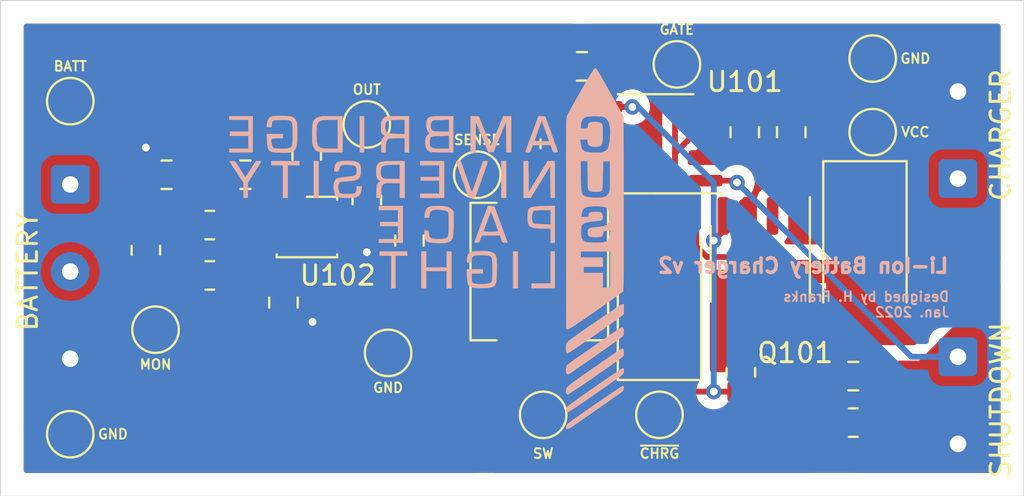
<source format=kicad_pcb>
(kicad_pcb (version 20211014) (generator pcbnew)
  (title_block (title "2S Li-Ion Battery Charger") (date "2021-10-18") (rev "1") (company "Cambridge University Spaceflight") (comment 1 "Drawn By Henry Franks"))
  (layers (0 "F.Cu" signal) (31 "B.Cu" signal) (34 "B.Paste" user) (35 "F.Paste" user) (36 "B.SilkS" user "B.Silkscreen") (37 "F.SilkS" user "F.Silkscreen") (38 "B.Mask" user) (39 "F.Mask" user) (44 "Edge.Cuts" user))
  (net 0 "")
  (net 1 "VBATT")
  (net 2 "GND")
  (net 3 "Net-(C103-Pad1)")
  (net 4 "Net-(C103-Pad2)")
  (net 5 "Net-(C104-Pad1)")
  (net 6 "Net-(C106-Pad2)")
  (net 7 "Net-(C108-Pad1)")
  (net 8 "/BATT_MON")
  (net 9 "Net-(D101-Pad2)")
  (net 10 "Net-(Q101-Pad2)")
  (net 11 "Net-(R105-Pad1)")
  (net 12 "Net-(R107-Pad2)")
  (net 13 "Net-(TP106-Pad1)")
  (net 14 "/VCC_CHG")
  (net 15 "/SENSE")
  (net 16 "/~{CHRG}")
  (net 17 "/V_SW")
  (net 18 "/COMP")
  (footprint "Battery:TestPoint_Pad_D2.0mm" (layer "F.Cu") (at 164.6 126.8)
    (fp_text reference "SENSE" (at 0 -1.8) (layer "F.SilkS") (effects (font (size 0.5 0.5) (thickness 0.1))))
    (fp_text value "TestPoint")
    (pad "1" smd circle (at 0 0) (size 2 2) (layers "F.Cu" "F.Mask") (net 15 "/SENSE"))
  )
  (footprint "Battery:R_0805_2012Metric_Pad1.20x1.40mm_HandSolder" (layer "F.Cu") (at 168.6 125.2 -90)
    (fp_text reference "R103")
    (fp_text value "50m")
    (pad "1" smd roundrect (at -1 0 270) (size 1.2 1.4) (layers "F.Cu" "F.Paste" "F.Mask") (roundrect_rratio 0.2083333333) (net 1 "VBATT"))
    (pad "2" smd roundrect (at 1 0 270) (size 1.2 1.4) (layers "F.Cu" "F.Paste" "F.Mask") (roundrect_rratio 0.2083333333) (net 15 "/SENSE"))
  )
  (footprint "Battery:TestPoint_Pad_D2.0mm" (layer "F.Cu") (at 160 136)
    (fp_text reference "GND" (at 0 1.8) (layer "F.SilkS") (effects (font (size 0.5 0.5) (thickness 0.1))))
    (fp_text value "TestPoint")
    (pad "1" smd circle (at 0 0) (size 2 2) (layers "F.Cu" "F.Mask") (net 2 "GND"))
  )
  (footprint "Battery:D_SMB_Handsoldering" (layer "F.Cu") (at 174 132.8 90)
    (fp_text reference "D102")
    (fp_text value "B330")
    (pad "1" smd rect (at -2.7 0 90) (size 3.5 2.3) (layers "F.Cu" "F.Paste" "F.Mask") (net 17 "/V_SW"))
    (pad "2" smd rect (at 2.7 0 90) (size 3.5 2.3) (layers "F.Cu" "F.Paste" "F.Mask") (net 2 "GND"))
  )
  (footprint "Battery:SO-8_3.9x4.9mm_P1.27mm" (layer "F.Cu") (at 173.8 125.2 180)
    (fp_text reference "U101" (at -4.6 3.2 180) (layer "F.SilkS"))
    (fp_text value "LTC4002ES8")
    (pad "1" smd roundrect locked (at -2.575 -1.905 180) (size 1.75 0.6) (layers "F.Cu" "F.Paste" "F.Mask") (net 18 "/COMP"))
    (pad "2" smd roundrect locked (at -2.575 -0.635 180) (size 1.75 0.6) (layers "F.Cu" "F.Paste" "F.Mask") (net 14 "/VCC_CHG"))
    (pad "3" smd roundrect locked (at -2.575 0.635 180) (size 1.75 0.6) (layers "F.Cu" "F.Paste" "F.Mask") (net 10 "Net-(Q101-Pad2)"))
    (pad "4" smd roundrect locked (at -2.575 1.905 180) (size 1.75 0.6) (layers "F.Cu" "F.Paste" "F.Mask") (net 2 "GND"))
    (pad "5" smd roundrect locked (at 2.575 1.905 180) (size 1.75 0.6) (layers "F.Cu" "F.Paste" "F.Mask") (net 16 "/~{CHRG}"))
    (pad "6" smd roundrect locked (at 2.575 0.635 180) (size 1.75 0.6) (layers "F.Cu" "F.Paste" "F.Mask") (net 1 "VBATT"))
    (pad "7" smd roundrect locked (at 2.575 -0.635 180) (size 1.75 0.6) (layers "F.Cu" "F.Paste" "F.Mask") (net 15 "/SENSE"))
    (pad "8" smd roundrect locked (at 2.575 -1.905 180) (size 1.75 0.6) (layers "F.Cu" "F.Paste" "F.Mask") (net 2 "GND"))
  )
  (footprint "Battery:TestPoint_Pad_D2.0mm" (layer "F.Cu") (at 143.6 140.2)
    (fp_text reference "GND" (at 2.2 0) (layer "F.SilkS") (effects (font (size 0.5 0.5) (thickness 0.1))))
    (fp_text value "TestPoint")
    (pad "1" smd circle (at 0 0) (size 2 2) (layers "F.Cu" "F.Mask") (net 2 "GND"))
  )
  (footprint "Battery:D_SMB_Handsoldering" (layer "F.Cu") (at 184.6 130.7 -90)
    (fp_text reference "D101")
    (fp_text value "B330")
    (pad "1" smd rect (at -2.7 0 270) (size 3.5 2.3) (layers "F.Cu" "F.Paste" "F.Mask") (net 14 "/VCC_CHG"))
    (pad "2" smd rect (at 2.7 0 270) (size 3.5 2.3) (layers "F.Cu" "F.Paste" "F.Mask") (net 9 "Net-(D101-Pad2)"))
  )
  (footprint "Battery:C_0805_2012Metric_Pad1.18x1.45mm_HandSolder" (layer "F.Cu") (at 154.6 133.4 -90)
    (fp_text reference "C108")
    (fp_text value "330n")
    (pad "1" smd roundrect (at -1.0375 0 270) (size 1.175 1.45) (layers "F.Cu" "F.Paste" "F.Mask") (roundrect_rratio 0.2127659574) (net 7 "Net-(C108-Pad1)"))
    (pad "2" smd roundrect (at 1.0375 0 270) (size 1.175 1.45) (layers "F.Cu" "F.Paste" "F.Mask") (roundrect_rratio 0.2127659574) (net 2 "GND"))
  )
  (footprint "Battery:R_0805_2012Metric_Pad1.20x1.40mm_HandSolder" (layer "F.Cu") (at 155.8 125.8 -90)
    (fp_text reference "R104")
    (fp_text value "160")
    (pad "1" smd roundrect (at -1 0 270) (size 1.2 1.4) (layers "F.Cu" "F.Paste" "F.Mask") (roundrect_rratio 0.2083333333) (net 1 "VBATT"))
    (pad "2" smd roundrect (at 1 0 270) (size 1.2 1.4) (layers "F.Cu" "F.Paste" "F.Mask") (roundrect_rratio 0.2083333333) (net 3 "Net-(C103-Pad1)"))
  )
  (footprint "Battery:C_0805_2012Metric_Pad1.18x1.45mm_HandSolder" (layer "F.Cu") (at 170 121.2)
    (fp_text reference "C107")
    (fp_text value "22u")
    (pad "1" smd roundrect (at -1.0375 0) (size 1.175 1.45) (layers "F.Cu" "F.Paste" "F.Mask") (roundrect_rratio 0.2127659574) (net 1 "VBATT"))
    (pad "2" smd roundrect (at 1.0375 0) (size 1.175 1.45) (layers "F.Cu" "F.Paste" "F.Mask") (roundrect_rratio 0.2127659574) (net 2 "GND"))
  )
  (footprint "Battery:C_0805_2012Metric_Pad1.18x1.45mm_HandSolder" (layer "F.Cu") (at 152.6375 126.8 180)
    (fp_text reference "C103")
    (fp_text value "100n")
    (pad "1" smd roundrect (at -1.0375 0 180) (size 1.175 1.45) (layers "F.Cu" "F.Paste" "F.Mask") (roundrect_rratio 0.2127659574) (net 3 "Net-(C103-Pad1)"))
    (pad "2" smd roundrect (at 1.0375 0 180) (size 1.175 1.45) (layers "F.Cu" "F.Paste" "F.Mask") (roundrect_rratio 0.2127659574) (net 4 "Net-(C103-Pad2)"))
  )
  (footprint "Battery:R_0805_2012Metric_Pad1.20x1.40mm_HandSolder" (layer "F.Cu") (at 184 139.6)
    (fp_text reference "R108")
    (fp_text value "2k2")
    (pad "1" smd roundrect (at -1 0) (size 1.2 1.4) (layers "F.Cu" "F.Paste" "F.Mask") (roundrect_rratio 0.2083333333) (net 6 "Net-(C106-Pad2)"))
    (pad "2" smd roundrect (at 1 0) (size 1.2 1.4) (layers "F.Cu" "F.Paste" "F.Mask") (roundrect_rratio 0.2083333333) (net 2 "GND"))
  )
  (footprint "Battery:R_0805_2012Metric_Pad1.20x1.40mm_HandSolder" (layer "F.Cu") (at 158.9 128.1 -90)
    (fp_text reference "R102")
    (fp_text value "100")
    (pad "1" smd roundrect (at -1 0 270) (size 1.2 1.4) (layers "F.Cu" "F.Paste" "F.Mask") (roundrect_rratio 0.2083333333) (net 1 "VBATT"))
    (pad "2" smd roundrect (at 1 0 270) (size 1.2 1.4) (layers "F.Cu" "F.Paste" "F.Mask") (roundrect_rratio 0.2083333333) (net 5 "Net-(C104-Pad1)"))
  )
  (footprint "Battery:TestPoint_Pad_D2.0mm" (layer "F.Cu") (at 158.9 124.2)
    (fp_text reference "OUT" (at 0 -1.8) (layer "F.SilkS") (effects (font (size 0.5 0.5) (thickness 0.1))))
    (fp_text value "TestPoint")
    (pad "1" smd circle (at 0 0) (size 2 2) (layers "F.Cu" "F.Mask") (net 13 "Net-(TP106-Pad1)"))
  )
  (footprint "Battery:TestPoint_Pad_D2.0mm" (layer "F.Cu") (at 184.999999 120.8)
    (fp_text reference "GND" (at 2.200001 0) (layer "F.SilkS") (effects (font (size 0.5 0.5) (thickness 0.1))))
    (fp_text value "TestPoint")
    (pad "1" smd circle (at 0 0) (size 2 2) (layers "F.Cu" "F.Mask") (net 2 "GND"))
  )
  (footprint "Battery:R_0805_2012Metric_Pad1.20x1.40mm_HandSolder" (layer "F.Cu") (at 150.8 129.4)
    (fp_text reference "R105")
    (fp_text value "100")
    (pad "1" smd roundrect (at -1 0) (size 1.2 1.4) (layers "F.Cu" "F.Paste" "F.Mask") (roundrect_rratio 0.2083333333) (net 11 "Net-(R105-Pad1)"))
    (pad "2" smd roundrect (at 1 0) (size 1.2 1.4) (layers "F.Cu" "F.Paste" "F.Mask") (roundrect_rratio 0.2083333333) (net 4 "Net-(C103-Pad2)"))
  )
  (footprint "Battery:C_0805_2012Metric_Pad1.18x1.45mm_HandSolder" (layer "F.Cu") (at 148.5625 126.8 180)
    (fp_text reference "C105")
    (fp_text value "100n")
    (pad "1" smd roundrect (at -1.0375 0 180) (size 1.175 1.45) (layers "F.Cu" "F.Paste" "F.Mask") (roundrect_rratio 0.2127659574) (net 4 "Net-(C103-Pad2)"))
    (pad "2" smd roundrect (at 1.0375 0 180) (size 1.175 1.45) (layers "F.Cu" "F.Paste" "F.Mask") (roundrect_rratio 0.2127659574) (net 2 "GND"))
  )
  (footprint "Battery:C_0805_2012Metric_Pad1.18x1.45mm_HandSolder" (layer "F.Cu") (at 180.8 124.6 90)
    (fp_text reference "C102")
    (fp_text value "10u")
    (pad "1" smd roundrect (at -1.0375 0 90) (size 1.175 1.45) (layers "F.Cu" "F.Paste" "F.Mask") (roundrect_rratio 0.2127659574) (net 14 "/VCC_CHG"))
    (pad "2" smd roundrect (at 1.0375 0 90) (size 1.175 1.45) (layers "F.Cu" "F.Paste" "F.Mask") (roundrect_rratio 0.2127659574) (net 2 "GND"))
  )
  (footprint "Battery:TestPoint_Pad_D2.0mm" (layer "F.Cu") (at 143.6 123)
    (fp_text reference "BATT" (at 0 -1.8) (layer "F.SilkS") (effects (font (size 0.5 0.5) (thickness 0.1))))
    (fp_text value "TestPoint")
    (pad "1" smd circle (at 0 0) (size 2 2) (layers "F.Cu" "F.Mask") (net 1 "VBATT"))
  )
  (footprint "Battery:R_0805_2012Metric_Pad1.20x1.40mm_HandSolder" (layer "F.Cu") (at 150.8 132)
    (fp_text reference "R107")
    (fp_text value "100")
    (pad "1" smd roundrect (at -1 0) (size 1.2 1.4) (layers "F.Cu" "F.Paste" "F.Mask") (roundrect_rratio 0.2083333333) (net 8 "/BATT_MON"))
    (pad "2" smd roundrect (at 1 0) (size 1.2 1.4) (layers "F.Cu" "F.Paste" "F.Mask") (roundrect_rratio 0.2083333333) (net 12 "Net-(R107-Pad2)"))
  )
  (footprint "Battery:L_Wuerth_HCI-7050" (layer "F.Cu") (at 167.8 131.8 90)
    (fp_text reference "L101")
    (fp_text value "6u8")
    (pad "1" smd rect (at -2.8 0 90) (size 3.1 3.6) (layers "F.Cu" "F.Adhes" "F.Paste" "F.Mask") (net 17 "/V_SW"))
    (pad "2" smd rect (at 2.8 0 90) (size 3.1 3.6) (layers "F.Cu" "F.Paste" "F.Mask") (net 15 "/SENSE"))
  )
  (footprint "Battery:SolderWire-0.25sqmm_1x03_P4.5mm_D0.65mm_OD2mm" (layer "F.Cu") (at 143.6 127.3 -90)
    (fp_text reference "BATTERY" (at 4.5 2.2 -90) (layer "F.SilkS"))
    (fp_text value "BATTERY")
    (pad "1" thru_hole roundrect (at 0 0 270) (size 2 2) (drill 0.85) (layers *.Cu *.Mask) (roundrect_rratio 0.125) (net 1 "VBATT"))
    (pad "2" thru_hole circle (at 4.5 0 270) (size 2 2) (drill 0.85) (layers *.Cu *.Mask) (net 8 "/BATT_MON"))
    (pad "3" thru_hole circle (at 9 0 270) (size 2 2) (drill 0.85) (layers *.Cu *.Mask) (net 2 "GND"))
  )
  (footprint "Battery:C_0805_2012Metric_Pad1.18x1.45mm_HandSolder" (layer "F.Cu") (at 178.4 124.6 90)
    (fp_text reference "C101")
    (fp_text value "100n")
    (pad "1" smd roundrect (at -1.0375 0 90) (size 1.175 1.45) (layers "F.Cu" "F.Paste" "F.Mask") (roundrect_rratio 0.2127659574) (net 14 "/VCC_CHG"))
    (pad "2" smd roundrect (at 1.0375 0 90) (size 1.175 1.45) (layers "F.Cu" "F.Paste" "F.Mask") (roundrect_rratio 0.2127659574) (net 2 "GND"))
  )
  (footprint "Battery:R_0805_2012Metric_Pad1.20x1.40mm_HandSolder" (layer "F.Cu") (at 147.5 130.7 90)
    (fp_text reference "R106")
    (fp_text value "160")
    (pad "1" smd roundrect (at -1 0 90) (size 1.2 1.4) (layers "F.Cu" "F.Paste" "F.Mask") (roundrect_rratio 0.2083333333) (net 8 "/BATT_MON"))
    (pad "2" smd roundrect (at 1 0 90) (size 1.2 1.4) (layers "F.Cu" "F.Paste" "F.Mask") (roundrect_rratio 0.2083333333) (net 11 "Net-(R105-Pad1)"))
  )
  (footprint "Battery:TestPoint_Pad_D2.0mm" (layer "F.Cu") (at 148 134.8)
    (fp_text reference "MON" (at 0 1.8) (layer "F.SilkS") (effects (font (size 0.5 0.5) (thickness 0.1))))
    (fp_text value "TestPoint")
    (pad "1" smd circle (at 0 0) (size 2 2) (layers "F.Cu" "F.Mask") (net 8 "/BATT_MON"))
  )
  (footprint "Battery:SolderWire-0.25sqmm_1x02_P4.5mm_D0.65mm_OD2mm" (layer "F.Cu") (at 189.4 136.2 -90)
    (fp_text reference "SHUTDOWN" (at 2.25 -2.2 90) (layer "F.SilkS"))
    (fp_text value "SDN")
    (pad "1" thru_hole roundrect (at 0 0 270) (size 2 2) (drill 0.85) (layers *.Cu *.Mask) (roundrect_rratio 0.125) (net 18 "/COMP"))
    (pad "2" thru_hole circle (at 4.5 0 270) (size 2 2) (drill 0.85) (layers *.Cu *.Mask) (net 2 "GND"))
  )
  (footprint "Battery:C_0805_2012Metric_Pad1.18x1.45mm_HandSolder" (layer "F.Cu") (at 161.1 130.2 -90)
    (fp_text reference "C104")
    (fp_text value "100n")
    (pad "1" smd roundrect (at -1.0375 0 270) (size 1.175 1.45) (layers "F.Cu" "F.Paste" "F.Mask") (roundrect_rratio 0.2127659574) (net 5 "Net-(C104-Pad1)"))
    (pad "2" smd roundrect (at 1.0375 0 270) (size 1.175 1.45) (layers "F.Cu" "F.Paste" "F.Mask") (roundrect_rratio 0.2127659574) (net 2 "GND"))
  )
  (footprint "Battery:SolderWire-0.25sqmm_1x02_P4.5mm_D0.65mm_OD2mm" (layer "F.Cu") (at 189.4 127 90)
    (fp_text reference "CHARGER" (at 2.25 2.2 90) (layer "F.SilkS"))
    (fp_text value "CHG")
    (pad "1" thru_hole roundrect (at 0 0 90) (size 2 2) (drill 0.85) (layers *.Cu *.Mask) (roundrect_rratio 0.125) (net 9 "Net-(D101-Pad2)"))
    (pad "2" thru_hole circle (at 4.5 0 90) (size 2 2) (drill 0.85) (layers *.Cu *.Mask) (net 2 "GND"))
  )
  (footprint "Battery:BQ2920X" (layer "F.Cu") (at 155.8125 129.5)
    (fp_text reference "U102" (at 1.5875 2.5) (layer "F.SilkS"))
    (fp_text value "BQ29200")
    (pad "1" smd rect locked (at -1.4 -0.975) (size 0.65 0.35) (layers "F.Cu" "F.Paste" "F.Mask") (net 3 "Net-(C103-Pad1)"))
    (pad "2" smd rect locked (at -1.4 -0.325) (size 0.65 0.35) (layers "F.Cu" "F.Paste" "F.Mask") (net 4 "Net-(C103-Pad2)"))
    (pad "3" smd rect locked (at -1.4 0.325) (size 0.65 0.35) (layers "F.Cu" "F.Paste" "F.Mask") (net 12 "Net-(R107-Pad2)"))
    (pad "4" smd rect locked (at -1.4 0.975) (size 0.65 0.35) (layers "F.Cu" "F.Paste" "F.Mask") (net 7 "Net-(C108-Pad1)"))
    (pad "5" smd rect locked (at 1.4 0.975) (size 0.65 0.35) (layers "F.Cu" "F.Paste" "F.Mask") (net 2 "GND"))
    (pad "6" smd rect locked (at 1.4 0.325) (size 0.65 0.35) (layers "F.Cu" "F.Paste" "F.Mask") (net 2 "GND"))
    (pad "7" smd rect locked (at 1.4 -0.325) (size 0.65 0.35) (layers "F.Cu" "F.Paste" "F.Mask") (net 5 "Net-(C104-Pad1)"))
    (pad "8" smd rect locked (at 1.4 -0.975) (size 0.65 0.35) (layers "F.Cu" "F.Paste" "F.Mask") (net 13 "Net-(TP106-Pad1)"))
    (pad "9" smd rect locked (at 0 0) (size 1.55 2.4) (layers "F.Cu" "F.Mask") (net 2 "GND"))
  )
  (footprint "Battery:SOIC-8_3.9x4.9mm_P1.27mm" (layer "F.Cu") (at 179.2 131.4 -90)
    (fp_text reference "Q101" (at 4.6 -1.8 180) (layer "F.SilkS"))
    (fp_text value "Si9933CDY")
    (pad "1" smd roundrect locked (at -2.475 -1.905 270) (size 1.95 0.6) (layers "F.Cu" "F.Paste" "F.Mask") (net 14 "/VCC_CHG"))
    (pad "2" smd roundrect locked (at -2.475 -0.635 270) (size 1.95 0.6) (layers "F.Cu" "F.Paste" "F.Mask") (net 10 "Net-(Q101-Pad2)"))
    (pad "3" smd roundrect locked (at -2.475 0.635 270) (size 1.95 0.6) (layers "F.Cu" "F.Paste" "F.Mask") (net 14 "/VCC_CHG"))
    (pad "4" smd roundrect locked (at -2.475 1.905 270) (size 1.95 0.6) (layers "F.Cu" "F.Paste" "F.Mask") (net 16 "/~{CHRG}"))
    (pad "5" smd roundrect locked (at 2.475 1.905 270) (size 1.95 0.6) (layers "F.Cu" "F.Paste" "F.Mask") (net 9 "Net-(D101-Pad2)"))
    (pad "6" smd roundrect locked (at 2.475 0.635 270) (size 1.95 0.6) (layers "F.Cu" "F.Paste" "F.Mask") (net 9 "Net-(D101-Pad2)"))
    (pad "7" smd roundrect locked (at 2.475 -0.635 270) (size 1.95 0.6) (layers "F.Cu" "F.Paste" "F.Mask") (net 17 "/V_SW"))
    (pad "8" smd roundrect locked (at 2.475 -1.905 270) (size 1.95 0.6) (layers "F.Cu" "F.Paste" "F.Mask") (net 17 "/V_SW"))
  )
  (footprint "Battery:C_0805_2012Metric_Pad1.18x1.45mm_HandSolder" (layer "F.Cu") (at 184 137.2 180)
    (fp_text reference "C106")
    (fp_text value "470n")
    (pad "1" smd roundrect (at -1.0375 0 180) (size 1.175 1.45) (layers "F.Cu" "F.Paste" "F.Mask") (roundrect_rratio 0.2127659574) (net 18 "/COMP"))
    (pad "2" smd roundrect (at 1.0375 0 180) (size 1.175 1.45) (layers "F.Cu" "F.Paste" "F.Mask") (roundrect_rratio 0.2127659574) (net 6 "Net-(C106-Pad2)"))
  )
  (footprint "Battery:TestPoint_Pad_D2.0mm" (layer "F.Cu") (at 174.9 121.1)
    (fp_text reference "GATE" (at 0 -1.8) (layer "F.SilkS") (effects (font (size 0.5 0.5) (thickness 0.1))))
    (fp_text value "TestPoint")
    (pad "1" smd circle (at 0 0) (size 2 2) (layers "F.Cu" "F.Mask") (net 10 "Net-(Q101-Pad2)"))
  )
  (footprint "Battery:R_0805_2012Metric_Pad1.20x1.40mm_HandSolder" (layer "F.Cu") (at 178.2 137 90)
    (fp_text reference "R101")
    (fp_text value "100k")
    (pad "1" smd roundrect (at -1 0 90) (size 1.2 1.4) (layers "F.Cu" "F.Paste" "F.Mask") (roundrect_rratio 0.2083333333) (net 16 "/~{CHRG}"))
    (pad "2" smd roundrect (at 1 0 90) (size 1.2 1.4) (layers "F.Cu" "F.Paste" "F.Mask") (roundrect_rratio 0.2083333333) (net 9 "Net-(D101-Pad2)"))
  )
  (footprint "Battery:TestPoint_Pad_D2.0mm" (layer "F.Cu") (at 185 124.6)
    (fp_text reference "VCC" (at 2.2 0) (layer "F.SilkS") (effects (font (size 0.5 0.5) (thickness 0.1))))
    (fp_text value "TestPoint")
    (pad "1" smd circle (at 0 0) (size 2 2) (layers "F.Cu" "F.Mask") (net 14 "/VCC_CHG"))
  )
  (footprint "Battery:TestPoint_Pad_D2.0mm" (layer "F.Cu") (at 168 139.2)
    (fp_text reference "SW" (at 0 2) (layer "F.SilkS") (effects (font (size 0.5 0.5) (thickness 0.1))))
    (fp_text value "TestPoint")
    (pad "1" smd circle (at 0 0) (size 2 2) (layers "F.Cu" "F.Mask") (net 17 "/V_SW"))
  )
  (footprint "Battery:TestPoint_Pad_D2.0mm" (layer "F.Cu") (at 174 139.2)
    (fp_text reference "~{CHRG}" (at 0 2) (layer "F.SilkS") (effects (font (size 0.5 0.5) (thickness 0.1))))
    (fp_text value "TestPoint")
    (pad "1" smd circle (at 0 0) (size 2 2) (layers "F.Cu" "F.Mask") (net 16 "/~{CHRG}"))
  )
  (footprint "Battery:cusf_logo_full" (layer "B.Cu") (at 162 130.6 180)
    (fp_text reference "G***" hide)
    (fp_text value "LOGO" hide)
  )
  (gr_line (start 192.8 143.4) (end 140 143.4) (layer "Edge.Cuts") (width 0.05))
  (gr_line (start 192.8 117.8) (end 192.8 143.4) (layer "Edge.Cuts") (width 0.05))
  (gr_line (start 140 143.4) (end 140 117.8) (layer "Edge.Cuts") (width 0.05))
  (gr_line (start 140 117.8) (end 192.8 117.8) (layer "Edge.Cuts") (width 0.05))
  (gr_text "Li-Ion Battery Charger v2\n" (at 189 131.5) (layer "B.SilkS") (effects (font (size 0.75 0.75) (thickness 0.18)) (justify left mirror)))
  (gr_text "Designed by H. Franks\nJan. 2022" (at 189 133.5) (layer "B.SilkS") (effects (font (size 0.5 0.5) (thickness 0.1)) (justify left mirror)))
  (segment (start 171.225 124.565) (end 168.965 124.565) (width 0.25) (layer "F.Cu") (net 1))
  (segment (start 168.965 124.565) (end 168.6 124.2) (width 0.25) (layer "F.Cu") (net 1))
  (segment (start 156.1375 129.825) (end 155.8125 129.5) (width 0.3) (layer "F.Cu") (net 2))
  (segment (start 156.7875 130.475) (end 155.8125 129.5) (width 0.3) (layer "F.Cu") (net 2))
  (segment (start 147.5 125.4) (end 147.525 125.425) (width 0.5) (layer "F.Cu") (net 2))
  (segment (start 157.2125 129.825) (end 156.1375 129.825) (width 0.3) (layer "F.Cu") (net 2))
  (segment (start 147.525 125.425) (end 147.525 126.8) (width 0.5) (layer "F.Cu") (net 2))
  (segment (start 157.2125 130.475) (end 156.7875 130.475) (width 0.3) (layer "F.Cu") (net 2))
  (via (at 147.5 125.4) (size 0.8) (drill 0.4) (layers "F.Cu" "B.Cu") (net 2))
  (via (at 156.1 134.4) (size 0.8) (drill 0.4) (layers "F.Cu" "B.Cu") (net 2))
  (via (at 158.9 130.8) (size 0.8) (drill 0.4) (layers "F.Cu" "B.Cu") (net 2))
  (segment (start 155.8 126.8) (end 153.675 126.8) (width 0.5) (layer "F.Cu") (net 3))
  (segment (start 153.675 127.7875) (end 154.4125 128.525) (width 0.3) (layer "F.Cu") (net 3))
  (segment (start 153.675 126.8) (end 153.675 127.7875) (width 0.3) (layer "F.Cu") (net 3))
  (segment (start 151.6 126.8) (end 151.8 127) (width 0.5) (layer "F.Cu") (net 4))
  (segment (start 151.8 127) (end 151.8 129.4) (width 0.5) (layer "F.Cu") (net 4))
  (segment (start 151.6 126.8) (end 149.6 126.8) (width 0.5) (layer "F.Cu") (net 4))
  (segment (start 154.4125 129.175) (end 152.025 129.175) (width 0.3) (layer "F.Cu") (net 4))
  (segment (start 152.025 129.175) (end 151.8 129.4) (width 0.3) (layer "F.Cu") (net 4))
  (segment (start 157.2125 129.175) (end 158.825 129.175) (width 0.3) (layer "F.Cu") (net 5))
  (segment (start 158.9625 129.1625) (end 158.9 129.1) (width 0.5) (layer "F.Cu") (net 5))
  (segment (start 158.825 129.175) (end 158.9 129.1) (width 0.3) (layer "F.Cu") (net 5))
  (segment (start 161.1 129.1625) (end 158.9625 129.1625) (width 0.5) (layer "F.Cu") (net 5))
  (segment (start 182.9625 137.2) (end 182.9625 139.5625) (width 0.3) (layer "F.Cu") (net 6))
  (segment (start 182.9625 139.5625) (end 183 139.6) (width 0.3) (layer "F.Cu") (net 6))
  (segment (start 154.4125 130.475) (end 154.4125 132.175) (width 0.3) (layer "F.Cu") (net 7))
  (segment (start 154.4125 132.175) (end 154.6 132.3625) (width 0.3) (layer "F.Cu") (net 7))
  (segment (start 179.835 129.565) (end 179.835 128.925) (width 0.3) (layer "F.Cu") (net 10))
  (segment (start 174.8 125.687151) (end 174.8 121.2) (width 0.3) (layer "F.Cu") (net 10))
  (segment (start 174.8 125.687151) (end 174.8 127.300489) (width 0.3) (layer "F.Cu") (net 10))
  (segment (start 178.350489 131.049511) (end 179.835 129.565) (width 0.3) (layer "F.Cu") (net 10))
  (segment (start 175.9 130.501391) (end 176.44812 131.049511) (width 0.3) (layer "F.Cu") (net 10))
  (segment (start 174.8 121.2) (end 174.9 121.1) (width 0.3) (layer "F.Cu") (net 10))
  (segment (start 176.44812 131.049511) (end 178.350489 131.049511) (width 0.3) (layer "F.Cu") (net 10))
  (segment (start 174.8 127.300489) (end 175.9 128.400489) (width 0.3) (layer "F.Cu") (net 10))
  (segment (start 175.9 128.400489) (end 175.9 130.501391) (width 0.3) (layer "F.Cu") (net 10))
  (segment (start 176.375 124.565) (end 175.922151 124.565) (width 0.3) (layer "F.Cu") (net 10))
  (segment (start 175.922151 124.565) (end 174.8 125.687151) (width 0.3) (layer "F.Cu") (net 10))
  (segment (start 149.8 129.4) (end 149.5 129.7) (width 0.5) (layer "F.Cu") (net 11))
  (segment (start 149.5 129.7) (end 147.5 129.7) (width 0.5) (layer "F.Cu") (net 11))
  (segment (start 153.663478 129.825) (end 151.8 131.688478) (width 0.3) (layer "F.Cu") (net 12))
  (segment (start 154.4125 129.825) (end 153.663478 129.825) (width 0.3) (layer "F.Cu") (net 12))
  (segment (start 151.8 131.688478) (end 151.8 132) (width 0.3) (layer "F.Cu") (net 12))
  (segment (start 157.2125 125.8875) (end 158.9 124.2) (width 0.3) (layer "F.Cu") (net 13))
  (segment (start 157.2125 128.525) (end 157.2125 125.8875) (width 0.3) (layer "F.Cu") (net 13))
  (segment (start 168.965 125.835) (end 168.6 126.2) (width 0.25) (layer "F.Cu") (net 15))
  (segment (start 171.225 125.835) (end 168.965 125.835) (width 0.25) (layer "F.Cu") (net 15))
  (segment (start 172.6 123.3) (end 172.595 123.295) (width 0.3) (layer "F.Cu") (net 16))
  (segment (start 176.8 130.2) (end 177.295 129.705) (width 0.3) (layer "F.Cu") (net 16))
  (segment (start 176.8 138) (end 175.2 138) (width 0.3) (layer "F.Cu") (net 16))
  (segment (start 175.2 138) (end 174 139.2) (width 0.3) (layer "F.Cu") (net 16))
  (segment (start 176.8 138) (end 178.2 138) (width 0.3) (layer "F.Cu") (net 16))
  (segment (start 177.295 129.705) (end 177.295 128.925) (width 0.3) (layer "F.Cu") (net 16))
  (segment (start 172.595 123.295) (end 171.225 123.295) (width 0.3) (layer "F.Cu") (net 16))
  (via (at 176.8 138) (size 0.8) (drill 0.4) (layers "F.Cu" "B.Cu") (net 16))
  (via (at 172.6 123.3) (size 0.8) (drill 0.4) (layers "F.Cu" "B.Cu") (net 16))
  (via (at 176.8 130.2) (size 0.8) (drill 0.4) (layers "F.Cu" "B.Cu") (net 16))
  (segment (start 176.8 127.2) (end 176.8 130.2) (width 0.3) (layer "B.Cu") (net 16))
  (segment (start 176.8 138) (end 176.8 130.2) (width 0.3) (layer "B.Cu") (net 16))
  (segment (start 172.9 123.3) (end 176.8 127.2) (width 0.3) (layer "B.Cu") (net 16))
  (segment (start 172.6 123.3) (end 172.9 123.3) (width 0.3) (layer "B.Cu") (net 16))
  (segment (start 178 127.2) (end 177.905 127.105) (width 0.3) (layer "F.Cu") (net 18))
  (segment (start 177.905 127.105) (end 176.375 127.105) (width 0.3) (layer "F.Cu") (net 18))
  (via (at 178 127.2) (size 0.8) (drill 0.4) (layers "F.Cu" "B.Cu") (net 18))
  (segment (start 189.4 136.2) (end 187 136.2) (width 0.3) (layer "B.Cu") (net 18))
  (segment (start 187 136.2) (end 178 127.2) (width 0.3) (layer "B.Cu") (net 18))
  (zone (net 2) (net_name "GND") (layer "F.Cu") (priority 2) (connect_pads yes (clearance 0.508)) (min_thickness 0.254) (fill yes (thermal_gap 0.508) (thermal_bridge_width 0.508))
    (polygon (pts (xy 191.6 142.2) (xy 184 142.2) (xy 184 138.8) (xy 191.6 138.8)))
  )
  (zone (net 2) (net_name "GND") (layer "F.Cu") (connect_pads yes (clearance 0.508)) (min_thickness 0.254) (fill yes (thermal_gap 0.508) (thermal_bridge_width 0.508))
    (polygon (pts (xy 191.6 124.2) (xy 187.8 124.2) (xy 187.8 122.6) (xy 182.4 122.6) (xy 182.4 124.2) (xy 174.8 124.2) (xy 174.8 127.8) (xy 175.8 128.6) (xy 175.8 132.4) (xy 172 132.4) (xy 170.4 130.8) (xy 170.4 119) (xy 191.6 119)))
  )
  (zone (net 2) (net_name "GND") (layer "F.Cu") (connect_pads yes (clearance 0.508)) (min_thickness 0.254) (fill yes (thermal_gap 0.508) (thermal_bridge_width 0.508))
    (polygon (pts (xy 164.6 142.2) (xy 141.2 142.2) (xy 141.200007 134.4) (xy 144.8 134.4) (xy 145.6 135.2) (xy 145.6 136.1) (xy 146.5 137) (xy 149.5 137) (xy 150.4 136.1) (xy 150.4 135.1) (xy 151.6 133.9) (xy 151.600002 125.794747) (xy 160.800001 125.798534) (xy 160.8 129) (xy 164.600067 129)))
  )
  (zone (net 9) (net_name "Net-(D101-Pad2)") (layer "F.Cu") (connect_pads yes (clearance 0.508)) (min_thickness 0.254) (fill yes (thermal_gap 0.508) (thermal_bridge_width 0.508))
    (polygon (pts (xy 191.6 131.2) (xy 187.2 135.6) (xy 182.6 135.6) (xy 182.6 132.4) (xy 179 132.4) (xy 179 137) (xy 176.6 137) (xy 176.6 131.2) (xy 186.6 131.2) (xy 187.8 130) (xy 187.8 125) (xy 191.6 125)))
  )
  (zone (net 1) (net_name "VBATT") (layer "F.Cu") (priority 1) (connect_pads yes (clearance 0.508)) (min_thickness 0.254) (fill yes (thermal_gap 0.508) (thermal_bridge_width 0.508))
    (polygon (pts (xy 169.6 124) (xy 168.4 124) (xy 168.4 124.8) (xy 162.4 124.8) (xy 162.4 128.2) (xy 160.8 128.2) (xy 160.8 129) (xy 141.2 129) (xy 141.2 119) (xy 169.6 119)))
  )
  (zone (net 14) (net_name "/VCC_CHG") (layer "F.Cu") (connect_pads yes (clearance 0.508)) (min_thickness 0.254) (fill yes (thermal_gap 0.508) (thermal_bridge_width 0.508))
    (polygon (pts (xy 187 129.6) (xy 186.2 130.4) (xy 178 130.4) (xy 178 126.4) (xy 175.4 126.4) (xy 175.4 125) (xy 183.2 125) (xy 183.2 123.4) (xy 187 123.4)))
  )
  (zone (net 15) (net_name "/SENSE") (layer "F.Cu") (connect_pads yes (clearance 0.508)) (min_thickness 0.254) (fill yes (thermal_gap 0.508) (thermal_bridge_width 0.508))
    (polygon (pts (xy 169.6 131.4) (xy 165.4 131.4) (xy 165.4 128.2) (xy 163.2 128.2) (xy 163.2 125.6) (xy 168.4 125.6) (xy 168.4 126.4) (xy 169.6 126.4)))
  )
  (zone (net 17) (net_name "/V_SW") (layer "F.Cu") (connect_pads yes (clearance 0.508)) (min_thickness 0.254) (fill yes (thermal_gap 0.508) (thermal_bridge_width 0.508))
    (polygon (pts (xy 175.8 139.2) (xy 179.4 139.2) (xy 179.4 132.8) (xy 181.8 132.8) (xy 181.8 142.2) (xy 165.4 142.2) (xy 165.4 132.2) (xy 170.4 132.2) (xy 171.4 133.2) (xy 175.8 133.2)))
  )
  (zone (net 8) (net_name "/BATT_MON") (layer "F.Cu") (priority 2) (connect_pads yes (clearance 0.508)) (min_thickness 0.254) (fill yes (thermal_gap 0.508) (thermal_bridge_width 0.508))
    (polygon (pts (xy 150.8 133.6) (xy 149.6 134.8) (xy 149.6 135.8) (xy 149.2 136.2) (xy 146.8 136.2) (xy 146.4 135.8) (xy 146.4 134.9) (xy 145.1 133.6) (xy 141.2 133.6) (xy 141.2 129.8) (xy 150.8 129.8)))
  )
  (zone (net 18) (net_name "/COMP") (layer "F.Cu") (priority 2) (connect_pads yes (clearance 0.508)) (min_thickness 0.254) (fill yes (thermal_gap 0.508) (thermal_bridge_width 0.508))
    (polygon (pts (xy 191.6 138) (xy 184 138) (xy 184 136.4) (xy 187.4 136.4) (xy 191.6 132.2)))
  )
  (zone (net 2) (net_name "GND") (layer "B.Cu") (connect_pads yes (clearance 0.508)) (min_thickness 0.254) (fill yes (thermal_gap 0.508) (thermal_bridge_width 0.508))
    (polygon (pts (xy 191.6 142.2) (xy 141.2 142.2) (xy 141.2 119) (xy 191.6 119)))
  )
)
</source>
